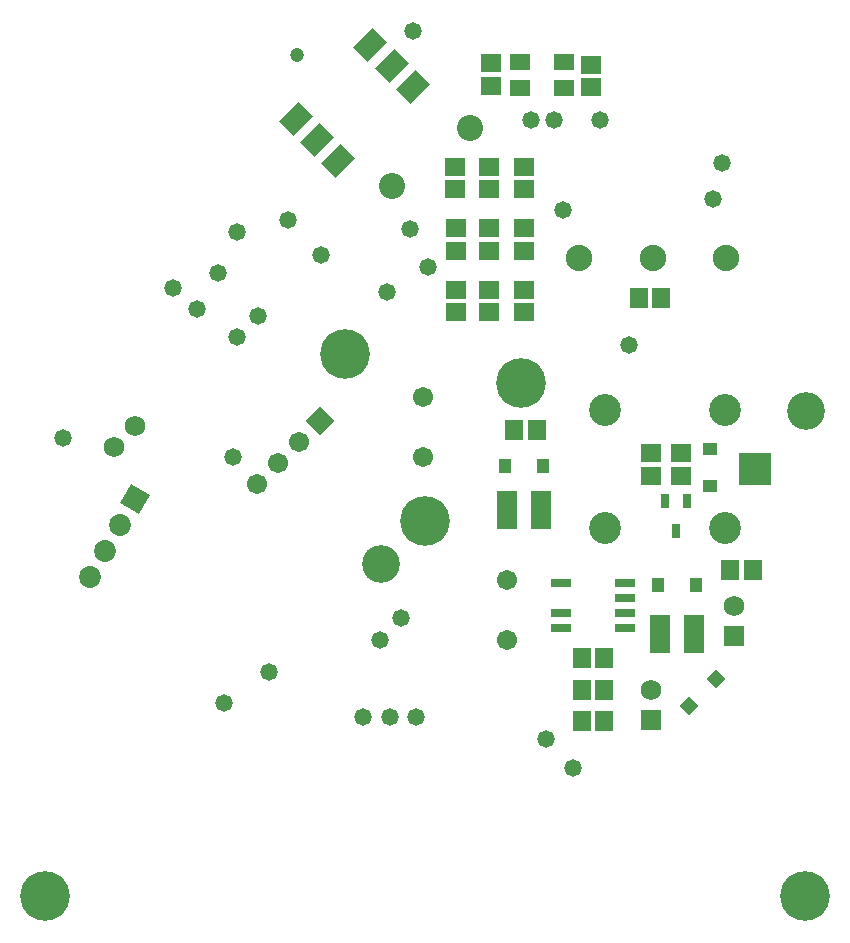
<source format=gbs>
G04*
G04 #@! TF.GenerationSoftware,Altium Limited,Altium Designer,21.6.4 (81)*
G04*
G04 Layer_Color=16711935*
%FSLAX24Y24*%
%MOIN*%
G70*
G04*
G04 #@! TF.SameCoordinates,91C8DFC6-6E0A-4D14-B263-8AF1C318984C*
G04*
G04*
G04 #@! TF.FilePolarity,Negative*
G04*
G01*
G75*
%ADD81C,0.0474*%
%ADD82R,0.0611X0.0671*%
%ADD84R,0.0671X0.0611*%
%ADD87R,0.0592X0.0671*%
%ADD88R,0.0671X0.0592*%
%ADD97C,0.1655*%
%ADD98C,0.1261*%
%ADD99C,0.0671*%
%ADD100C,0.0680*%
%ADD101R,0.0680X0.0680*%
%ADD102C,0.0880*%
%ADD103R,0.1064X0.1064*%
%ADD104C,0.1064*%
%ADD105P,0.1032X4X285.0*%
%ADD106C,0.0730*%
%ADD107P,0.0948X4X270.0*%
%ADD108C,0.0867*%
%ADD109C,0.0580*%
%ADD110R,0.0671X0.0316*%
%ADD111R,0.0316X0.0454*%
%ADD112R,0.0454X0.0434*%
G04:AMPARAMS|DCode=113|XSize=43.4mil|YSize=45.4mil|CornerRadius=0mil|HoleSize=0mil|Usage=FLASHONLY|Rotation=225.000|XOffset=0mil|YOffset=0mil|HoleType=Round|Shape=Rectangle|*
%AMROTATEDRECTD113*
4,1,4,-0.0007,0.0314,0.0314,-0.0007,0.0007,-0.0314,-0.0314,0.0007,-0.0007,0.0314,0.0*
%
%ADD113ROTATEDRECTD113*%

%ADD114R,0.0434X0.0454*%
G04:AMPARAMS|DCode=115|XSize=67.1mil|YSize=90.7mil|CornerRadius=0mil|HoleSize=0mil|Usage=FLASHONLY|Rotation=135.000|XOffset=0mil|YOffset=0mil|HoleType=Round|Shape=Rectangle|*
%AMROTATEDRECTD115*
4,1,4,0.0558,0.0084,-0.0084,-0.0558,-0.0558,-0.0084,0.0084,0.0558,0.0558,0.0084,0.0*
%
%ADD115ROTATEDRECTD115*%

%ADD116R,0.0710X0.0572*%
%ADD117R,0.0690X0.1261*%
G54D81*
X-4250Y12100D02*
D03*
G54D82*
X7874Y4000D02*
D03*
X7126D02*
D03*
X10176Y-5050D02*
D03*
X10924D02*
D03*
X2976Y-400D02*
D03*
X3724D02*
D03*
X5974Y-9050D02*
D03*
X5226D02*
D03*
X5974Y-10100D02*
D03*
X5226D02*
D03*
G54D84*
X7550Y-1176D02*
D03*
Y-1924D02*
D03*
X8550Y-1176D02*
D03*
Y-1924D02*
D03*
X2150Y8374D02*
D03*
Y7626D02*
D03*
X3300Y7626D02*
D03*
Y8374D02*
D03*
Y6324D02*
D03*
Y5576D02*
D03*
X2150Y6324D02*
D03*
Y5576D02*
D03*
X1050Y6324D02*
D03*
Y5576D02*
D03*
Y3526D02*
D03*
Y4274D02*
D03*
X2150Y3526D02*
D03*
Y4274D02*
D03*
X3300Y3526D02*
D03*
Y4274D02*
D03*
G54D87*
X5226Y-8000D02*
D03*
X5974D02*
D03*
G54D88*
X5550Y11026D02*
D03*
Y11774D02*
D03*
X2200Y11824D02*
D03*
Y11076D02*
D03*
X1000Y7626D02*
D03*
Y8374D02*
D03*
G54D97*
X12663Y-15920D02*
D03*
X-12663D02*
D03*
X0Y-3425D02*
D03*
X-2657Y2146D02*
D03*
X3209Y1161D02*
D03*
G54D98*
X-1450Y-4850D02*
D03*
X12700Y250D02*
D03*
G54D99*
X-50Y700D02*
D03*
Y-1300D02*
D03*
X2750Y-5400D02*
D03*
Y-7400D02*
D03*
X-5611Y-2211D02*
D03*
X-4904Y-1504D02*
D03*
X-4196Y-796D02*
D03*
G54D100*
X7550Y-9050D02*
D03*
X10300Y-6250D02*
D03*
X-10357Y-957D02*
D03*
X-9650Y-250D02*
D03*
G54D101*
X7550Y-10050D02*
D03*
X10300Y-7250D02*
D03*
G54D102*
X7600Y5350D02*
D03*
X10050D02*
D03*
X5150D02*
D03*
G54D103*
X11000Y-1700D02*
D03*
G54D104*
X6000Y-3669D02*
D03*
X10016Y-3668D02*
D03*
X6000Y269D02*
D03*
X10016Y269D02*
D03*
G54D105*
X-9650Y-2700D02*
D03*
G54D106*
X-10150Y-3566D02*
D03*
X-10650Y-4432D02*
D03*
X-11150Y-5298D02*
D03*
G54D107*
X-3489Y-89D02*
D03*
G54D108*
X1496Y9673D02*
D03*
X-1114Y7748D02*
D03*
G54D109*
X9600Y7300D02*
D03*
X4600Y6950D02*
D03*
X6800Y2450D02*
D03*
X4050Y-10700D02*
D03*
X-6250Y6200D02*
D03*
X-6900Y4850D02*
D03*
X-800Y-6650D02*
D03*
X-1150Y-9950D02*
D03*
X-2050D02*
D03*
X-5200Y-8450D02*
D03*
X4950Y-11650D02*
D03*
X-6700Y-9500D02*
D03*
X-1500Y-7400D02*
D03*
X-300Y-9950D02*
D03*
X-5550Y3400D02*
D03*
X5850Y9950D02*
D03*
X3550D02*
D03*
X100Y5050D02*
D03*
X-500Y6300D02*
D03*
X-4550Y6600D02*
D03*
X-3450Y5450D02*
D03*
X-8400Y4350D02*
D03*
X-6250Y2700D02*
D03*
X4300Y9950D02*
D03*
X-1250Y4200D02*
D03*
X-12050Y-650D02*
D03*
X-400Y12900D02*
D03*
X-6400Y-1300D02*
D03*
X9900Y8500D02*
D03*
X-7600Y3650D02*
D03*
G54D110*
X4537Y-7000D02*
D03*
Y-6500D02*
D03*
Y-5500D02*
D03*
X6663Y-7000D02*
D03*
Y-6500D02*
D03*
Y-6000D02*
D03*
Y-5500D02*
D03*
G54D111*
X8374Y-3754D02*
D03*
X8748Y-2750D02*
D03*
X8000D02*
D03*
G54D112*
X9500Y-2270D02*
D03*
Y-1030D02*
D03*
G54D113*
X8812Y-9588D02*
D03*
X9688Y-8712D02*
D03*
G54D114*
X2680Y-1600D02*
D03*
X3920D02*
D03*
X7780Y-5550D02*
D03*
X9020D02*
D03*
G54D115*
X-1818Y12446D02*
D03*
X-1111Y11739D02*
D03*
X-404Y11032D02*
D03*
X-4296Y9968D02*
D03*
X-3589Y9261D02*
D03*
X-2882Y8554D02*
D03*
G54D116*
X3172Y11883D02*
D03*
X4628Y11017D02*
D03*
X4628Y11883D02*
D03*
X3172Y11017D02*
D03*
G54D117*
X7839Y-7200D02*
D03*
X8961D02*
D03*
X2739Y-3050D02*
D03*
X3861D02*
D03*
M02*

</source>
